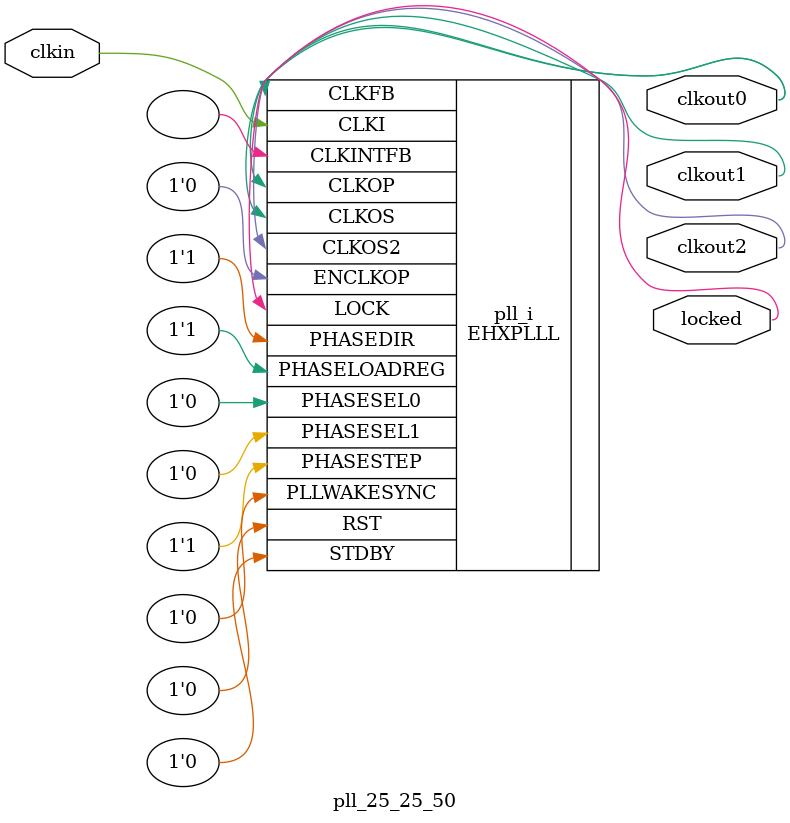
<source format=v>
module pll_25_25_50
(
    input clkin, // 25 MHz, 0 deg
    output clkout0, // 25 MHz, 0 deg
    output clkout1, // 25 MHz, 0 deg
    output clkout2, // 50 MHz, 0 deg
    output locked
);
(* FREQUENCY_PIN_CLKI="25" *)
(* FREQUENCY_PIN_CLKOP="25" *)
(* FREQUENCY_PIN_CLKOS="25" *)
(* FREQUENCY_PIN_CLKOS2="50" *)
(* ICP_CURRENT="12" *) (* LPF_RESISTOR="8" *) (* MFG_ENABLE_FILTEROPAMP="1" *) (* MFG_GMCREF_SEL="2" *)
EHXPLLL #(
        .PLLRST_ENA("DISABLED"),
        .INTFB_WAKE("DISABLED"),
        .STDBY_ENABLE("DISABLED"),
        .DPHASE_SOURCE("DISABLED"),
        .OUTDIVIDER_MUXA("DIVA"),
        .OUTDIVIDER_MUXB("DIVB"),
        .OUTDIVIDER_MUXC("DIVC"),
        .OUTDIVIDER_MUXD("DIVD"),
        .CLKI_DIV(1),
        .CLKOP_ENABLE("ENABLED"),
        .CLKOP_DIV(24),
        .CLKOP_CPHASE(11),
        .CLKOP_FPHASE(0),
        .CLKOS_ENABLE("ENABLED"),
        .CLKOS_DIV(24),
        .CLKOS_CPHASE(11),
        .CLKOS_FPHASE(0),
        .CLKOS2_ENABLE("ENABLED"),
        .CLKOS2_DIV(12),
        .CLKOS2_CPHASE(11),
        .CLKOS2_FPHASE(0),
        .FEEDBK_PATH("CLKOP"),
        .CLKFB_DIV(1)
    ) pll_i (
        .RST(1'b0),
        .STDBY(1'b0),
        .CLKI(clkin),
        .CLKOP(clkout0),
        .CLKOS(clkout1),
        .CLKOS2(clkout2),
        .CLKFB(clkout0),
        .CLKINTFB(),
        .PHASESEL0(1'b0),
        .PHASESEL1(1'b0),
        .PHASEDIR(1'b1),
        .PHASESTEP(1'b1),
        .PHASELOADREG(1'b1),
        .PLLWAKESYNC(1'b0),
        .ENCLKOP(1'b0),
        .LOCK(locked)
	);
endmodule

</source>
